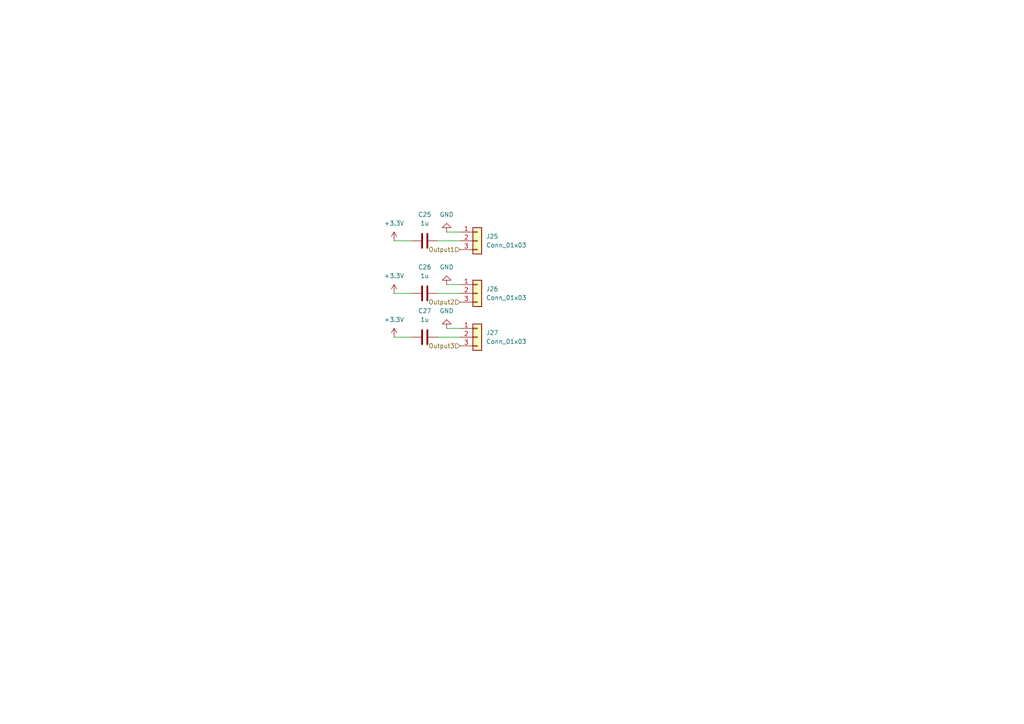
<source format=kicad_sch>
(kicad_sch (version 20250114) (generator "eeschema") (generator_version "9.0")
  (paper "A4")
  (lib_symbols
    (symbol "Connector_Generic:Conn_01x03" (pin_names (offset 1.016) (hide yes))
      (property "Reference" "J" (at 0 5.08 0))
      (property "Value" "Conn_01x03" (at 0 -5.08 0))
      (symbol "Conn_01x03_1_1"
        (rectangle (start -1.27 3.81) (end 1.27 -3.81) (stroke (width 0.254)) (fill (type background)))
        (rectangle (start -1.27 2.667) (end 0 2.413) (stroke (width 0.1524)))
        (rectangle (start -1.27 0.127) (end 0 -0.127) (stroke (width 0.1524)))
        (rectangle (start -1.27 -2.413) (end 0 -2.667) (stroke (width 0.1524)))
        (pin passive line (at -5.08 2.54 0) (length 3.81) (name "Pin_1") (number "1"))
        (pin passive line (at -5.08 0 0) (length 3.81) (name "Pin_2") (number "2"))
        (pin passive line (at -5.08 -2.54 0) (length 3.81) (name "Pin_3") (number "3"))
      )
    )
    (symbol "Device:C" (pin_numbers (hide yes)) (pin_names (offset 0.254))
      (property "Reference" "C" (at 0.635 2.54 0))
      (property "Value" "C" (at 0.635 -2.54 0))
      (symbol "C_0_1"
        (polyline (pts (xy -2.032 0.762) (xy 2.032 0.762)) (stroke (width 0.508)))
        (polyline (pts (xy -2.032 -0.762) (xy 2.032 -0.762)) (stroke (width 0.508)))
      )
      (symbol "C_1_1"
        (pin passive line (at 0 3.81 270) (length 2.794) (name "~") (number "1"))
        (pin passive line (at 0 -3.81 90) (length 2.794) (name "~") (number "2"))
      )
    )
    (symbol "power:+3.3V" (power) (pin_numbers (hide yes)) (pin_names (offset 0) (hide yes))
      (property "Value" "+3.3V" (at 0 3.556 0))
      (symbol "+3.3V_0_1"
        (polyline (pts (xy -0.762 1.27) (xy 0 2.54)))
        (polyline (pts (xy 0 2.54) (xy 0.762 1.27)))
        (polyline (pts (xy 0 0) (xy 0 2.54)))
      )
      (symbol "+3.3V_1_1"
        (pin power_in line (at 0 0 90) (length 0) (name "~") (number "1"))
      )
    )
    (symbol "power:GND" (power) (pin_numbers (hide yes)) (pin_names (offset 0) (hide yes))
      (property "Value" "GND" (at 0 -3.81 0))
      (symbol "GND_0_1"
        (polyline (pts (xy 0 0) (xy 0 -1.27) (xy 1.27 -1.27) (xy 0 -2.54) (xy -1.27 -1.27) (xy 0 -1.27)))
      )
      (symbol "GND_1_1"
        (pin power_in line (at 0 0 270) (length 0) (name "~") (number "1"))
      )
    )
  )
  (wire (pts (xy 127 85.09) (xy 133.35 85.09)))
  (wire (pts (xy 114.3 85.09) (xy 119.38 85.09)))
  (wire (pts (xy 129.54 82.55) (xy 133.35 82.55)))
  (wire (pts (xy 127 69.85) (xy 133.35 69.85)))
  (wire (pts (xy 114.3 97.79) (xy 119.38 97.79)))
  (wire (pts (xy 114.3 69.85) (xy 119.38 69.85)))
  (wire (pts (xy 129.54 95.25) (xy 133.35 95.25)))
  (wire (pts (xy 129.54 67.31) (xy 133.35 67.31)))
  (wire (pts (xy 127 97.79) (xy 133.35 97.79)))
  (hierarchical_label "Output2" (shape input) (at 133.35 87.63 180))
  (hierarchical_label "Output1" (shape input) (at 133.35 72.39 180))
  (hierarchical_label "Output3" (shape input) (at 133.35 100.33 180))
  (symbol (lib_id "Device:C") (at 123.19 69.85 90) (unit 1)
    (property "Reference" "C25" (at 123.19 62.23 90))
    (property "Value" "1u" (at 123.19 64.77 90))
    (property "Footprint" "Capacitor_SMD:C_0603_1608Metric" (effects (hide yes)))
    (property "Description" "Unpolarized capacitor" (effects (hide yes)))
  )
  (symbol (lib_id "power:+3.3V") (at 114.3 69.85 0) (unit 1)
    (property "Reference" "#PWR052" (effects (hide yes)))
    (property "Value" "+3.3V" (at 114.3 64.77 0))
    (property "Description" "Power symbol creates a global label with name \"+3.3V\"" (effects (hide yes)))
  )
  (symbol (lib_id "power:GND") (at 129.54 82.55 180) (unit 1)
    (property "Reference" "#PWR056" (effects (hide yes)))
    (property "Value" "GND" (at 129.54 77.47 0))
    (property "Description" "Power symbol creates a global label with name \"GND\" , ground" (effects (hide yes)))
  )
  (symbol (lib_id "Device:C") (at 123.19 85.09 90) (unit 1)
    (property "Reference" "C26" (at 123.19 77.47 90))
    (property "Value" "1u" (at 123.19 80.01 90))
    (property "Footprint" "Capacitor_SMD:C_0603_1608Metric" (effects (hide yes)))
    (property "Description" "Unpolarized capacitor" (effects (hide yes)))
  )
  (symbol (lib_id "power:+3.3V") (at 114.3 85.09 0) (unit 1)
    (property "Reference" "#PWR053" (effects (hide yes)))
    (property "Value" "+3.3V" (at 114.3 80.01 0))
    (property "Description" "Power symbol creates a global label with name \"+3.3V\"" (effects (hide yes)))
  )
  (symbol (lib_id "power:+3.3V") (at 114.3 97.79 0) (unit 1)
    (property "Reference" "#PWR054" (effects (hide yes)))
    (property "Value" "+3.3V" (at 114.3 92.71 0))
    (property "Description" "Power symbol creates a global label with name \"+3.3V\"" (effects (hide yes)))
  )
  (symbol (lib_id "Connector_Generic:Conn_01x03") (at 138.43 97.79 0) (unit 1)
    (property "Reference" "J27" (at 140.97 96.5199 0) (effects (justify left)))
    (property "Value" "Conn_01x03" (at 140.97 99.0599 0) (effects (justify left)))
    (property "Footprint" "Connector_JST:JST_EH_B3B-EH-A_1x03_P2.50mm_Vertical" (effects (hide yes)))
    (property "Description" "Generic connector, single row, 01x03, script generated (kicad-library-utils/schlib/autogen/connector/)" (effects (hide yes)))
  )
  (symbol (lib_id "power:GND") (at 129.54 95.25 180) (unit 1)
    (property "Reference" "#PWR057" (effects (hide yes)))
    (property "Value" "GND" (at 129.54 90.17 0))
    (property "Description" "Power symbol creates a global label with name \"GND\" , ground" (effects (hide yes)))
  )
  (symbol (lib_id "power:GND") (at 129.54 67.31 180) (unit 1)
    (property "Reference" "#PWR055" (effects (hide yes)))
    (property "Value" "GND" (at 129.54 62.23 0))
    (property "Description" "Power symbol creates a global label with name \"GND\" , ground" (effects (hide yes)))
  )
  (symbol (lib_id "Connector_Generic:Conn_01x03") (at 138.43 69.85 0) (unit 1)
    (property "Reference" "J25" (at 140.97 68.5799 0) (effects (justify left)))
    (property "Value" "Conn_01x03" (at 140.97 71.1199 0) (effects (justify left)))
    (property "Footprint" "Connector_JST:JST_EH_B3B-EH-A_1x03_P2.50mm_Vertical" (effects (hide yes)))
    (property "Description" "Generic connector, single row, 01x03, script generated (kicad-library-utils/schlib/autogen/connector/)" (effects (hide yes)))
  )
  (symbol (lib_id "Device:C") (at 123.19 97.79 90) (unit 1)
    (property "Reference" "C27" (at 123.19 90.17 90))
    (property "Value" "1u" (at 123.19 92.71 90))
    (property "Footprint" "Capacitor_SMD:C_0603_1608Metric" (effects (hide yes)))
    (property "Description" "Unpolarized capacitor" (effects (hide yes)))
  )
  (symbol (lib_id "Connector_Generic:Conn_01x03") (at 138.43 85.09 0) (unit 1)
    (property "Reference" "J26" (at 140.97 83.8199 0) (effects (justify left)))
    (property "Value" "Conn_01x03" (at 140.97 86.3599 0) (effects (justify left)))
    (property "Footprint" "Connector_JST:JST_EH_B3B-EH-A_1x03_P2.50mm_Vertical" (effects (hide yes)))
    (property "Description" "Generic connector, single row, 01x03, script generated (kicad-library-utils/schlib/autogen/connector/)" (effects (hide yes)))
  )
)
</source>
